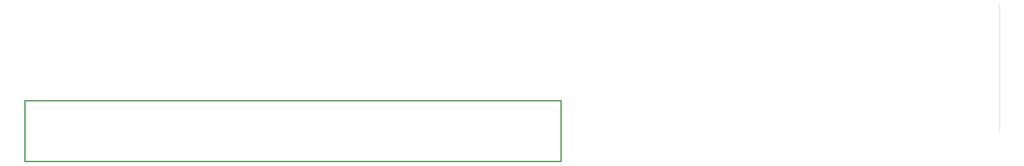
<source format=gko>
%FSLAX33Y33*%
%MOMM*%
%ADD10C,0.508*%
%ADD11C,0.04*%
D10*
%LNpath-0*%
G01*
X0Y-12500D02*
X220000Y-12500D01*
X220000Y12500*
X0Y12500*
X0Y-12500*
X0Y-12500*
%LNmechanical details_traces*%
%LNmechanical details layout bodies*%
D11*
X400000Y0D02*
X400000Y52500D01*
M02*
</source>
